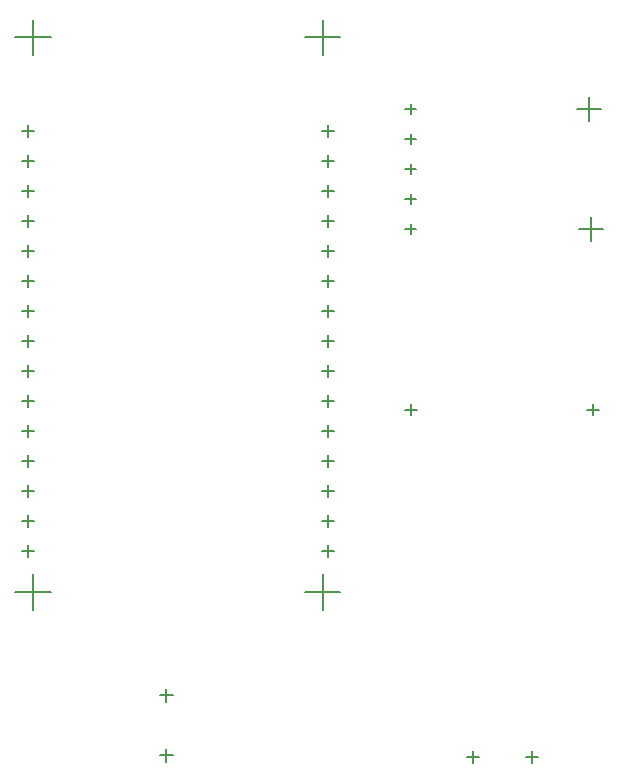
<source format=gbr>
%FSTAX23Y23*%
%MOIN*%
%SFA1B1*%

%IPPOS*%
%ADD35C,0.005000*%
G54D35*
X01197Y03719D02*
X01315D01*
X01256Y0366D02*
Y03778D01*
X02162Y03719D02*
X0228D01*
X02221Y0366D02*
Y03778D01*
X02162Y0187D02*
X0228D01*
X02221Y01811D02*
Y01929D01*
X01197Y0187D02*
X01315D01*
X01256Y01811D02*
Y01929D01*
X02219Y02005D02*
X0226D01*
X0224Y01985D02*
Y02025D01*
X02219Y02105D02*
X0226D01*
X0224Y02085D02*
Y02125D01*
X02219Y02205D02*
X0226D01*
X0224Y02185D02*
Y02225D01*
X02219Y02305D02*
X0226D01*
X0224Y02285D02*
Y02325D01*
X02219Y02405D02*
X0226D01*
X0224Y02385D02*
Y02425D01*
X02219Y02505D02*
X0226D01*
X0224Y02485D02*
Y02525D01*
X02219Y02605D02*
X0226D01*
X0224Y02585D02*
Y02625D01*
X02219Y02705D02*
X0226D01*
X0224Y02685D02*
Y02725D01*
X02219Y02805D02*
X0226D01*
X0224Y02785D02*
Y02825D01*
X02219Y02905D02*
X0226D01*
X0224Y02885D02*
Y02925D01*
X02219Y03005D02*
X0226D01*
X0224Y02985D02*
Y03025D01*
X02219Y03105D02*
X0226D01*
X0224Y03085D02*
Y03125D01*
X02219Y03205D02*
X0226D01*
X0224Y03185D02*
Y03225D01*
X02219Y03305D02*
X0226D01*
X0224Y03285D02*
Y03325D01*
X02219Y03405D02*
X0226D01*
X0224Y03385D02*
Y03425D01*
X01219Y02005D02*
X0126D01*
X0124Y01985D02*
Y02025D01*
X01219Y02105D02*
X0126D01*
X0124Y02085D02*
Y02125D01*
X01219Y02205D02*
X0126D01*
X0124Y02185D02*
Y02225D01*
X01219Y02305D02*
X0126D01*
X0124Y02285D02*
Y02325D01*
X01219Y02405D02*
X0126D01*
X0124Y02385D02*
Y02425D01*
X01219Y02505D02*
X0126D01*
X0124Y02485D02*
Y02525D01*
X01219Y02605D02*
X0126D01*
X0124Y02585D02*
Y02625D01*
X01219Y02705D02*
X0126D01*
X0124Y02685D02*
Y02725D01*
X01219Y02805D02*
X0126D01*
X0124Y02785D02*
Y02825D01*
X01219Y02905D02*
X0126D01*
X0124Y02885D02*
Y02925D01*
X01219Y03005D02*
X0126D01*
X0124Y02985D02*
Y03025D01*
X01219Y03105D02*
X0126D01*
X0124Y03085D02*
Y03125D01*
X01219Y03205D02*
X0126D01*
X0124Y03185D02*
Y03225D01*
X01219Y03305D02*
X0126D01*
X0124Y03285D02*
Y03325D01*
X01219Y03405D02*
X0126D01*
X0124Y03385D02*
Y03425D01*
X0307Y0348D02*
X0315D01*
X0311Y0344D02*
Y0352D01*
X03075Y0308D02*
X03155D01*
X03115Y0304D02*
Y0312D01*
X02497Y0308D02*
X02532D01*
X02515Y03062D02*
Y03097D01*
X02497Y0318D02*
X02532D01*
X02515Y03162D02*
Y03197D01*
X02497Y0328D02*
X02532D01*
X02515Y03262D02*
Y03297D01*
X02497Y0338D02*
X02532D01*
X02515Y03362D02*
Y03397D01*
X02497Y0348D02*
X02532D01*
X02515Y03462D02*
Y03497D01*
X02701Y01321D02*
X02741D01*
X02721Y01301D02*
Y0134D01*
X02898Y01321D02*
X02938D01*
X02918Y01301D02*
Y0134D01*
X02497Y02478D02*
X02536D01*
X02516Y02459D02*
Y02498D01*
X03103Y02478D02*
X03142D01*
X03123Y02459D02*
Y02498D01*
X01678Y01325D02*
X01721D01*
X017Y01303D02*
Y01346D01*
X01678Y01525D02*
X01721D01*
X017Y01503D02*
Y01546D01*
M02*
</source>
